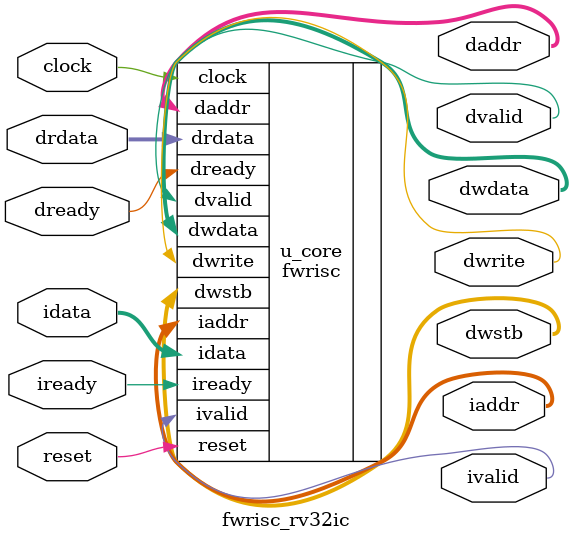
<source format=sv>

module fwrisc_rv32ic(
		input			clock,
		input			reset,
		
		output[31:0]	iaddr,
		input[31:0]		idata,
		output			ivalid,
		input			iready,
		
		output			dvalid,
		output[31:0]	daddr,
		output[31:0]	dwdata,
		output[3:0]		dwstb,
		output			dwrite,
		input[31:0]		drdata,
		input			dready		
		);
	
	fwrisc #(
		.ENABLE_COMPRESSED  (1), 
		.ENABLE_MUL_DIV     (0), 
		.ENABLE_DEP         (0), 
		.ENABLE_COUNTERS    (1)
		) u_core (
		.clock              (clock             ), 
		.reset              (reset             ), 
		.iaddr              (iaddr             ), 
		.idata              (idata             ), 
		.ivalid             (ivalid            ), 
		.iready             (iready            ), 
		.dvalid             (dvalid            ), 
		.daddr              (daddr             ), 
		.dwdata             (dwdata            ), 
		.dwstb              (dwstb             ), 
		.dwrite             (dwrite            ), 
		.drdata             (drdata            ), 
		.dready             (dready            ));

endmodule
</source>
